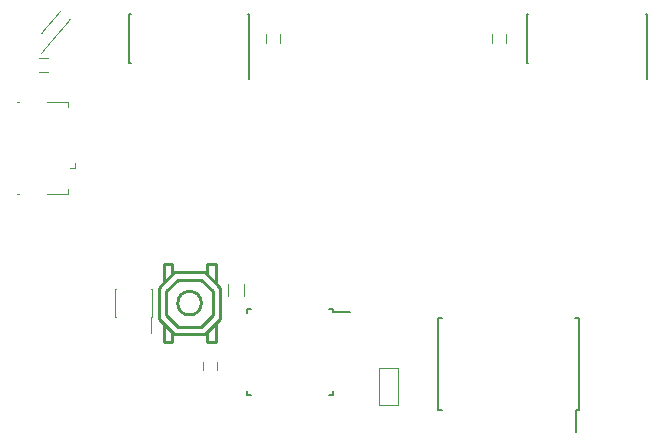
<source format=gbo>
G04 #@! TF.FileFunction,Legend,Bot*
%FSLAX46Y46*%
G04 Gerber Fmt 4.6, Leading zero omitted, Abs format (unit mm)*
G04 Created by KiCad (PCBNEW 4.0.7) date Tue Feb  6 08:28:50 2018*
%MOMM*%
%LPD*%
G01*
G04 APERTURE LIST*
%ADD10C,0.100000*%
%ADD11C,0.120000*%
%ADD12C,0.254000*%
%ADD13C,0.150000*%
%ADD14C,0.050000*%
G04 APERTURE END LIST*
D10*
D11*
X98670000Y-95710000D02*
X98670000Y-96410000D01*
X99870000Y-96410000D02*
X99870000Y-95710000D01*
X104020000Y-67995000D02*
X104020000Y-68695000D01*
X105220000Y-68695000D02*
X105220000Y-67995000D01*
X100770000Y-89130000D02*
X100770000Y-90130000D01*
X102130000Y-90130000D02*
X102130000Y-89130000D01*
D12*
X99021140Y-88349700D02*
X99021140Y-87450540D01*
X99021140Y-87450540D02*
X99719640Y-87450540D01*
X99719640Y-87450540D02*
X99719640Y-89050740D01*
X95320360Y-89050740D02*
X95320360Y-87450540D01*
X95320360Y-87450540D02*
X96018860Y-87450540D01*
X96018860Y-87450540D02*
X96018860Y-88349700D01*
X96018860Y-94049460D02*
X95320360Y-94049460D01*
X95320360Y-94049460D02*
X95320360Y-92449260D01*
X96018860Y-94049460D02*
X96018860Y-93150300D01*
X99719640Y-92449260D02*
X99719640Y-94049460D01*
X99719640Y-94049460D02*
X99021140Y-94049460D01*
X99021140Y-94049460D02*
X99021140Y-93150300D01*
X96519240Y-92748980D02*
X95521020Y-91750760D01*
X95521020Y-91750760D02*
X95521020Y-89749240D01*
X95521020Y-89749240D02*
X96519240Y-88751020D01*
X96519240Y-88751020D02*
X98520760Y-88751020D01*
X98520760Y-88751020D02*
X99518980Y-89749240D01*
X99518980Y-89749240D02*
X99518980Y-91750760D01*
X99518980Y-91750760D02*
X98520760Y-92748980D01*
X98520760Y-92748980D02*
X96519240Y-92748980D01*
X94919040Y-92050480D02*
X94919040Y-89449520D01*
X98820480Y-93350960D02*
X96219520Y-93350960D01*
X94919040Y-89449520D02*
X96219520Y-88149040D01*
X96219520Y-88149040D02*
X98820480Y-88149040D01*
X98820480Y-88149040D02*
X100120960Y-89449520D01*
X100120960Y-89449520D02*
X100120960Y-92050480D01*
X96219520Y-93350960D02*
X94919040Y-92050480D01*
X100120960Y-92050480D02*
X98820480Y-93350960D01*
X98520760Y-90750000D02*
G75*
G03X98520760Y-90750000I-1000760J0D01*
G01*
D13*
X109655000Y-91285000D02*
X109655000Y-91510000D01*
X102405000Y-91285000D02*
X102405000Y-91610000D01*
X102405000Y-98535000D02*
X102405000Y-98210000D01*
X109655000Y-98535000D02*
X109655000Y-98210000D01*
X109655000Y-91285000D02*
X109330000Y-91285000D01*
X109655000Y-98535000D02*
X109330000Y-98535000D01*
X102405000Y-98535000D02*
X102730000Y-98535000D01*
X102405000Y-91285000D02*
X102730000Y-91285000D01*
X109655000Y-91510000D02*
X111080000Y-91510000D01*
X130470000Y-99795000D02*
X130220000Y-99795000D01*
X130470000Y-92045000D02*
X130125000Y-92045000D01*
X118570000Y-92045000D02*
X118915000Y-92045000D01*
X118570000Y-99795000D02*
X118915000Y-99795000D01*
X130470000Y-99795000D02*
X130470000Y-92045000D01*
X118570000Y-99795000D02*
X118570000Y-92045000D01*
X130220000Y-99795000D02*
X130220000Y-101620000D01*
X136245000Y-70385000D02*
X136220000Y-70385000D01*
X136245000Y-66235000D02*
X136140000Y-66235000D01*
X126095000Y-66235000D02*
X126200000Y-66235000D01*
X126095000Y-70385000D02*
X126200000Y-70385000D01*
X136245000Y-70385000D02*
X136245000Y-66235000D01*
X126095000Y-70385000D02*
X126095000Y-66235000D01*
X136220000Y-70385000D02*
X136220000Y-71760000D01*
D11*
X124295000Y-68695000D02*
X124295000Y-67995000D01*
X123095000Y-67995000D02*
X123095000Y-68695000D01*
D13*
X102585000Y-70395000D02*
X102560000Y-70395000D01*
X102585000Y-66245000D02*
X102480000Y-66245000D01*
X92435000Y-66245000D02*
X92540000Y-66245000D01*
X92435000Y-70395000D02*
X92540000Y-70395000D01*
X102585000Y-70395000D02*
X102585000Y-66245000D01*
X92435000Y-70395000D02*
X92435000Y-66245000D01*
X102560000Y-70395000D02*
X102560000Y-71770000D01*
D11*
X84810000Y-71180000D02*
X85510000Y-71180000D01*
X85510000Y-69980000D02*
X84810000Y-69980000D01*
X87270000Y-81520000D02*
X87270000Y-81070000D01*
X85420000Y-81520000D02*
X87270000Y-81520000D01*
X82870000Y-73720000D02*
X83120000Y-73720000D01*
X82870000Y-81520000D02*
X83120000Y-81520000D01*
X85420000Y-73720000D02*
X87270000Y-73720000D01*
X87270000Y-73720000D02*
X87270000Y-74170000D01*
X87820000Y-79320000D02*
X87820000Y-78870000D01*
X87820000Y-79320000D02*
X87370000Y-79320000D01*
X94330000Y-91930000D02*
X94330000Y-89510000D01*
X91210000Y-91930000D02*
X91210000Y-89510000D01*
X94280000Y-93310000D02*
X94280000Y-91930000D01*
X94330000Y-91930000D02*
X94280000Y-91930000D01*
X94330000Y-89510000D02*
X94280000Y-89510000D01*
X91260000Y-91930000D02*
X91210000Y-91930000D01*
X91260000Y-89510000D02*
X91210000Y-89510000D01*
X86567090Y-66025265D02*
X86528788Y-65993125D01*
X85011544Y-67879092D02*
X84973242Y-67846953D01*
X87386758Y-66713047D02*
X87348456Y-66680908D01*
X85831212Y-68566875D02*
X85792910Y-68534735D01*
X84905863Y-69591877D02*
X85792910Y-68534735D01*
X84973242Y-67846953D02*
X86528788Y-65993125D01*
X85831212Y-68566875D02*
X87386758Y-66713047D01*
X85831212Y-68566875D02*
X87386758Y-66713047D01*
X84973242Y-67846953D02*
X86528788Y-65993125D01*
X84905863Y-69591877D02*
X85792910Y-68534735D01*
X85831212Y-68566875D02*
X85792910Y-68534735D01*
X87386758Y-66713047D02*
X87348456Y-66680908D01*
X85011544Y-67879092D02*
X84973242Y-67846953D01*
X86567090Y-66025265D02*
X86528788Y-65993125D01*
D14*
X113570000Y-96200000D02*
X115170000Y-96200000D01*
X115170000Y-96200000D02*
X115170000Y-99400000D01*
X115170000Y-99400000D02*
X113570000Y-99400000D01*
X113570000Y-99400000D02*
X113570000Y-96200000D01*
M02*

</source>
